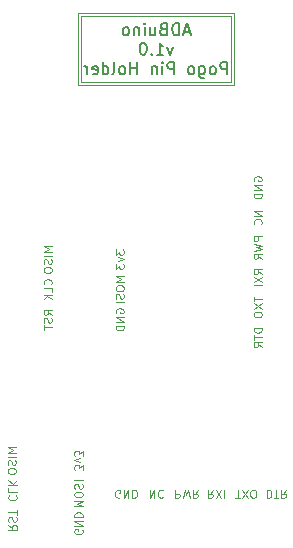
<source format=gbr>
%TF.GenerationSoftware,KiCad,Pcbnew,(5.1.9-16-g1737927814)-1*%
%TF.CreationDate,2021-08-21T22:06:28-05:00*%
%TF.ProjectId,adbuino,61646275-696e-46f2-9e6b-696361645f70,rev?*%
%TF.SameCoordinates,Original*%
%TF.FileFunction,Legend,Bot*%
%TF.FilePolarity,Positive*%
%FSLAX46Y46*%
G04 Gerber Fmt 4.6, Leading zero omitted, Abs format (unit mm)*
G04 Created by KiCad (PCBNEW (5.1.9-16-g1737927814)-1) date 2021-08-21 22:06:28*
%MOMM*%
%LPD*%
G01*
G04 APERTURE LIST*
%ADD10C,0.100000*%
%ADD11C,0.120000*%
%ADD12C,0.150000*%
G04 APERTURE END LIST*
D10*
X42642666Y-70549333D02*
X42409333Y-70882666D01*
X42242666Y-70549333D02*
X42242666Y-71249333D01*
X42509333Y-71249333D01*
X42576000Y-71216000D01*
X42609333Y-71182666D01*
X42642666Y-71116000D01*
X42642666Y-71016000D01*
X42609333Y-70949333D01*
X42576000Y-70916000D01*
X42509333Y-70882666D01*
X42242666Y-70882666D01*
X42876000Y-71249333D02*
X43342666Y-70549333D01*
X43342666Y-71249333D02*
X42876000Y-70549333D01*
X43609333Y-70549333D02*
X43609333Y-71249333D01*
X34772666Y-71216000D02*
X34706000Y-71249333D01*
X34606000Y-71249333D01*
X34506000Y-71216000D01*
X34439333Y-71149333D01*
X34406000Y-71082666D01*
X34372666Y-70949333D01*
X34372666Y-70849333D01*
X34406000Y-70716000D01*
X34439333Y-70649333D01*
X34506000Y-70582666D01*
X34606000Y-70549333D01*
X34672666Y-70549333D01*
X34772666Y-70582666D01*
X34806000Y-70616000D01*
X34806000Y-70849333D01*
X34672666Y-70849333D01*
X35106000Y-70549333D02*
X35106000Y-71249333D01*
X35506000Y-70549333D01*
X35506000Y-71249333D01*
X35839333Y-70549333D02*
X35839333Y-71249333D01*
X36006000Y-71249333D01*
X36106000Y-71216000D01*
X36172666Y-71149333D01*
X36206000Y-71082666D01*
X36239333Y-70949333D01*
X36239333Y-70849333D01*
X36206000Y-70716000D01*
X36172666Y-70649333D01*
X36106000Y-70582666D01*
X36006000Y-70549333D01*
X35839333Y-70549333D01*
X37296000Y-70549333D02*
X37296000Y-71249333D01*
X37696000Y-70549333D01*
X37696000Y-71249333D01*
X38429333Y-70616000D02*
X38396000Y-70582666D01*
X38296000Y-70549333D01*
X38229333Y-70549333D01*
X38129333Y-70582666D01*
X38062666Y-70649333D01*
X38029333Y-70716000D01*
X37996000Y-70849333D01*
X37996000Y-70949333D01*
X38029333Y-71082666D01*
X38062666Y-71149333D01*
X38129333Y-71216000D01*
X38229333Y-71249333D01*
X38296000Y-71249333D01*
X38396000Y-71216000D01*
X38429333Y-71182666D01*
X39452666Y-70549333D02*
X39452666Y-71249333D01*
X39719333Y-71249333D01*
X39786000Y-71216000D01*
X39819333Y-71182666D01*
X39852666Y-71116000D01*
X39852666Y-71016000D01*
X39819333Y-70949333D01*
X39786000Y-70916000D01*
X39719333Y-70882666D01*
X39452666Y-70882666D01*
X40086000Y-71249333D02*
X40252666Y-70549333D01*
X40386000Y-71049333D01*
X40519333Y-70549333D01*
X40686000Y-71249333D01*
X41352666Y-70549333D02*
X41119333Y-70882666D01*
X40952666Y-70549333D02*
X40952666Y-71249333D01*
X41219333Y-71249333D01*
X41286000Y-71216000D01*
X41319333Y-71182666D01*
X41352666Y-71116000D01*
X41352666Y-71016000D01*
X41319333Y-70949333D01*
X41286000Y-70916000D01*
X41219333Y-70882666D01*
X40952666Y-70882666D01*
X47206000Y-70549333D02*
X47206000Y-71249333D01*
X47372666Y-71249333D01*
X47472666Y-71216000D01*
X47539333Y-71149333D01*
X47572666Y-71082666D01*
X47606000Y-70949333D01*
X47606000Y-70849333D01*
X47572666Y-70716000D01*
X47539333Y-70649333D01*
X47472666Y-70582666D01*
X47372666Y-70549333D01*
X47206000Y-70549333D01*
X47806000Y-71249333D02*
X48206000Y-71249333D01*
X48006000Y-70549333D02*
X48006000Y-71249333D01*
X48839333Y-70549333D02*
X48606000Y-70882666D01*
X48439333Y-70549333D02*
X48439333Y-71249333D01*
X48706000Y-71249333D01*
X48772666Y-71216000D01*
X48806000Y-71182666D01*
X48839333Y-71116000D01*
X48839333Y-71016000D01*
X48806000Y-70949333D01*
X48772666Y-70916000D01*
X48706000Y-70882666D01*
X48439333Y-70882666D01*
X44566000Y-71249333D02*
X44966000Y-71249333D01*
X44766000Y-70549333D02*
X44766000Y-71249333D01*
X45132666Y-71249333D02*
X45599333Y-70549333D01*
X45599333Y-71249333D02*
X45132666Y-70549333D01*
X45999333Y-71249333D02*
X46132666Y-71249333D01*
X46199333Y-71216000D01*
X46266000Y-71149333D01*
X46299333Y-71016000D01*
X46299333Y-70782666D01*
X46266000Y-70649333D01*
X46199333Y-70582666D01*
X46132666Y-70549333D01*
X45999333Y-70549333D01*
X45932666Y-70582666D01*
X45866000Y-70649333D01*
X45832666Y-70782666D01*
X45832666Y-71016000D01*
X45866000Y-71149333D01*
X45932666Y-71216000D01*
X45999333Y-71249333D01*
X31625333Y-68905333D02*
X31625333Y-68472000D01*
X31358666Y-68705333D01*
X31358666Y-68605333D01*
X31325333Y-68538666D01*
X31292000Y-68505333D01*
X31225333Y-68472000D01*
X31058666Y-68472000D01*
X30992000Y-68505333D01*
X30958666Y-68538666D01*
X30925333Y-68605333D01*
X30925333Y-68805333D01*
X30958666Y-68872000D01*
X30992000Y-68905333D01*
X31392000Y-68238666D02*
X30925333Y-68072000D01*
X31392000Y-67905333D01*
X31625333Y-67705333D02*
X31625333Y-67272000D01*
X31358666Y-67505333D01*
X31358666Y-67405333D01*
X31325333Y-67338666D01*
X31292000Y-67305333D01*
X31225333Y-67272000D01*
X31058666Y-67272000D01*
X30992000Y-67305333D01*
X30958666Y-67338666D01*
X30925333Y-67405333D01*
X30925333Y-67605333D01*
X30958666Y-67672000D01*
X30992000Y-67705333D01*
X25970666Y-66972000D02*
X25270666Y-66972000D01*
X25770666Y-67205333D01*
X25270666Y-67438666D01*
X25970666Y-67438666D01*
X25970666Y-67772000D02*
X25270666Y-67772000D01*
X25937333Y-68072000D02*
X25970666Y-68172000D01*
X25970666Y-68338666D01*
X25937333Y-68405333D01*
X25904000Y-68438666D01*
X25837333Y-68472000D01*
X25770666Y-68472000D01*
X25704000Y-68438666D01*
X25670666Y-68405333D01*
X25637333Y-68338666D01*
X25604000Y-68205333D01*
X25570666Y-68138666D01*
X25537333Y-68105333D01*
X25470666Y-68072000D01*
X25404000Y-68072000D01*
X25337333Y-68105333D01*
X25304000Y-68138666D01*
X25270666Y-68205333D01*
X25270666Y-68372000D01*
X25304000Y-68472000D01*
X25270666Y-68905333D02*
X25270666Y-69038666D01*
X25304000Y-69105333D01*
X25370666Y-69172000D01*
X25504000Y-69205333D01*
X25737333Y-69205333D01*
X25870666Y-69172000D01*
X25937333Y-69105333D01*
X25970666Y-69038666D01*
X25970666Y-68905333D01*
X25937333Y-68838666D01*
X25870666Y-68772000D01*
X25737333Y-68738666D01*
X25504000Y-68738666D01*
X25370666Y-68772000D01*
X25304000Y-68838666D01*
X25270666Y-68905333D01*
X30925333Y-71966000D02*
X31625333Y-71966000D01*
X31125333Y-71732666D01*
X31625333Y-71499333D01*
X30925333Y-71499333D01*
X31625333Y-71032666D02*
X31625333Y-70899333D01*
X31592000Y-70832666D01*
X31525333Y-70766000D01*
X31392000Y-70732666D01*
X31158666Y-70732666D01*
X31025333Y-70766000D01*
X30958666Y-70832666D01*
X30925333Y-70899333D01*
X30925333Y-71032666D01*
X30958666Y-71099333D01*
X31025333Y-71166000D01*
X31158666Y-71199333D01*
X31392000Y-71199333D01*
X31525333Y-71166000D01*
X31592000Y-71099333D01*
X31625333Y-71032666D01*
X30958666Y-70466000D02*
X30925333Y-70366000D01*
X30925333Y-70199333D01*
X30958666Y-70132666D01*
X30992000Y-70099333D01*
X31058666Y-70066000D01*
X31125333Y-70066000D01*
X31192000Y-70099333D01*
X31225333Y-70132666D01*
X31258666Y-70199333D01*
X31292000Y-70332666D01*
X31325333Y-70399333D01*
X31358666Y-70432666D01*
X31425333Y-70466000D01*
X31492000Y-70466000D01*
X31558666Y-70432666D01*
X31592000Y-70399333D01*
X31625333Y-70332666D01*
X31625333Y-70166000D01*
X31592000Y-70066000D01*
X30925333Y-69766000D02*
X31625333Y-69766000D01*
X25404000Y-71028666D02*
X25370666Y-71062000D01*
X25337333Y-71162000D01*
X25337333Y-71228666D01*
X25370666Y-71328666D01*
X25437333Y-71395333D01*
X25504000Y-71428666D01*
X25637333Y-71462000D01*
X25737333Y-71462000D01*
X25870666Y-71428666D01*
X25937333Y-71395333D01*
X26004000Y-71328666D01*
X26037333Y-71228666D01*
X26037333Y-71162000D01*
X26004000Y-71062000D01*
X25970666Y-71028666D01*
X25337333Y-70395333D02*
X25337333Y-70728666D01*
X26037333Y-70728666D01*
X25337333Y-70162000D02*
X26037333Y-70162000D01*
X25337333Y-69762000D02*
X25737333Y-70062000D01*
X26037333Y-69762000D02*
X25637333Y-70162000D01*
X25337333Y-73535333D02*
X25670666Y-73768666D01*
X25337333Y-73935333D02*
X26037333Y-73935333D01*
X26037333Y-73668666D01*
X26004000Y-73602000D01*
X25970666Y-73568666D01*
X25904000Y-73535333D01*
X25804000Y-73535333D01*
X25737333Y-73568666D01*
X25704000Y-73602000D01*
X25670666Y-73668666D01*
X25670666Y-73935333D01*
X25370666Y-73268666D02*
X25337333Y-73168666D01*
X25337333Y-73002000D01*
X25370666Y-72935333D01*
X25404000Y-72902000D01*
X25470666Y-72868666D01*
X25537333Y-72868666D01*
X25604000Y-72902000D01*
X25637333Y-72935333D01*
X25670666Y-73002000D01*
X25704000Y-73135333D01*
X25737333Y-73202000D01*
X25770666Y-73235333D01*
X25837333Y-73268666D01*
X25904000Y-73268666D01*
X25970666Y-73235333D01*
X26004000Y-73202000D01*
X26037333Y-73135333D01*
X26037333Y-72968666D01*
X26004000Y-72868666D01*
X26037333Y-72668666D02*
X26037333Y-72268666D01*
X25337333Y-72468666D02*
X26037333Y-72468666D01*
X31592000Y-73939333D02*
X31625333Y-74006000D01*
X31625333Y-74106000D01*
X31592000Y-74206000D01*
X31525333Y-74272666D01*
X31458666Y-74306000D01*
X31325333Y-74339333D01*
X31225333Y-74339333D01*
X31092000Y-74306000D01*
X31025333Y-74272666D01*
X30958666Y-74206000D01*
X30925333Y-74106000D01*
X30925333Y-74039333D01*
X30958666Y-73939333D01*
X30992000Y-73906000D01*
X31225333Y-73906000D01*
X31225333Y-74039333D01*
X30925333Y-73606000D02*
X31625333Y-73606000D01*
X30925333Y-73206000D01*
X31625333Y-73206000D01*
X30925333Y-72872666D02*
X31625333Y-72872666D01*
X31625333Y-72706000D01*
X31592000Y-72606000D01*
X31525333Y-72539333D01*
X31458666Y-72506000D01*
X31325333Y-72472666D01*
X31225333Y-72472666D01*
X31092000Y-72506000D01*
X31025333Y-72539333D01*
X30958666Y-72606000D01*
X30925333Y-72706000D01*
X30925333Y-72872666D01*
D11*
X31242000Y-36322000D02*
X44450000Y-36322000D01*
X31242000Y-30226000D02*
X31242000Y-36322000D01*
X44450000Y-30226000D02*
X31242000Y-30226000D01*
X44450000Y-36322000D02*
X44450000Y-30226000D01*
X44196000Y-30480000D02*
X44196000Y-36068000D01*
X31496000Y-30480000D02*
X44196000Y-30480000D01*
X31496000Y-36068000D02*
X31496000Y-30480000D01*
X44196000Y-36068000D02*
X31496000Y-36068000D01*
D12*
X40679333Y-31790666D02*
X40203142Y-31790666D01*
X40774571Y-32076380D02*
X40441238Y-31076380D01*
X40107904Y-32076380D01*
X39774571Y-32076380D02*
X39774571Y-31076380D01*
X39536476Y-31076380D01*
X39393619Y-31124000D01*
X39298380Y-31219238D01*
X39250761Y-31314476D01*
X39203142Y-31504952D01*
X39203142Y-31647809D01*
X39250761Y-31838285D01*
X39298380Y-31933523D01*
X39393619Y-32028761D01*
X39536476Y-32076380D01*
X39774571Y-32076380D01*
X38441238Y-31552571D02*
X38298380Y-31600190D01*
X38250761Y-31647809D01*
X38203142Y-31743047D01*
X38203142Y-31885904D01*
X38250761Y-31981142D01*
X38298380Y-32028761D01*
X38393619Y-32076380D01*
X38774571Y-32076380D01*
X38774571Y-31076380D01*
X38441238Y-31076380D01*
X38346000Y-31124000D01*
X38298380Y-31171619D01*
X38250761Y-31266857D01*
X38250761Y-31362095D01*
X38298380Y-31457333D01*
X38346000Y-31504952D01*
X38441238Y-31552571D01*
X38774571Y-31552571D01*
X37346000Y-31409714D02*
X37346000Y-32076380D01*
X37774571Y-31409714D02*
X37774571Y-31933523D01*
X37726952Y-32028761D01*
X37631714Y-32076380D01*
X37488857Y-32076380D01*
X37393619Y-32028761D01*
X37346000Y-31981142D01*
X36869809Y-32076380D02*
X36869809Y-31409714D01*
X36869809Y-31076380D02*
X36917428Y-31124000D01*
X36869809Y-31171619D01*
X36822190Y-31124000D01*
X36869809Y-31076380D01*
X36869809Y-31171619D01*
X36393619Y-31409714D02*
X36393619Y-32076380D01*
X36393619Y-31504952D02*
X36346000Y-31457333D01*
X36250761Y-31409714D01*
X36107904Y-31409714D01*
X36012666Y-31457333D01*
X35965047Y-31552571D01*
X35965047Y-32076380D01*
X35346000Y-32076380D02*
X35441238Y-32028761D01*
X35488857Y-31981142D01*
X35536476Y-31885904D01*
X35536476Y-31600190D01*
X35488857Y-31504952D01*
X35441238Y-31457333D01*
X35346000Y-31409714D01*
X35203142Y-31409714D01*
X35107904Y-31457333D01*
X35060285Y-31504952D01*
X35012666Y-31600190D01*
X35012666Y-31885904D01*
X35060285Y-31981142D01*
X35107904Y-32028761D01*
X35203142Y-32076380D01*
X35346000Y-32076380D01*
X39274571Y-33059714D02*
X39036476Y-33726380D01*
X38798380Y-33059714D01*
X37893619Y-33726380D02*
X38465047Y-33726380D01*
X38179333Y-33726380D02*
X38179333Y-32726380D01*
X38274571Y-32869238D01*
X38369809Y-32964476D01*
X38465047Y-33012095D01*
X37465047Y-33631142D02*
X37417428Y-33678761D01*
X37465047Y-33726380D01*
X37512666Y-33678761D01*
X37465047Y-33631142D01*
X37465047Y-33726380D01*
X36798380Y-32726380D02*
X36703142Y-32726380D01*
X36607904Y-32774000D01*
X36560285Y-32821619D01*
X36512666Y-32916857D01*
X36465047Y-33107333D01*
X36465047Y-33345428D01*
X36512666Y-33535904D01*
X36560285Y-33631142D01*
X36607904Y-33678761D01*
X36703142Y-33726380D01*
X36798380Y-33726380D01*
X36893619Y-33678761D01*
X36941238Y-33631142D01*
X36988857Y-33535904D01*
X37036476Y-33345428D01*
X37036476Y-33107333D01*
X36988857Y-32916857D01*
X36941238Y-32821619D01*
X36893619Y-32774000D01*
X36798380Y-32726380D01*
X43846000Y-35376380D02*
X43846000Y-34376380D01*
X43465047Y-34376380D01*
X43369809Y-34424000D01*
X43322190Y-34471619D01*
X43274571Y-34566857D01*
X43274571Y-34709714D01*
X43322190Y-34804952D01*
X43369809Y-34852571D01*
X43465047Y-34900190D01*
X43846000Y-34900190D01*
X42703142Y-35376380D02*
X42798380Y-35328761D01*
X42846000Y-35281142D01*
X42893619Y-35185904D01*
X42893619Y-34900190D01*
X42846000Y-34804952D01*
X42798380Y-34757333D01*
X42703142Y-34709714D01*
X42560285Y-34709714D01*
X42465047Y-34757333D01*
X42417428Y-34804952D01*
X42369809Y-34900190D01*
X42369809Y-35185904D01*
X42417428Y-35281142D01*
X42465047Y-35328761D01*
X42560285Y-35376380D01*
X42703142Y-35376380D01*
X41512666Y-34709714D02*
X41512666Y-35519238D01*
X41560285Y-35614476D01*
X41607904Y-35662095D01*
X41703142Y-35709714D01*
X41846000Y-35709714D01*
X41941238Y-35662095D01*
X41512666Y-35328761D02*
X41607904Y-35376380D01*
X41798380Y-35376380D01*
X41893619Y-35328761D01*
X41941238Y-35281142D01*
X41988857Y-35185904D01*
X41988857Y-34900190D01*
X41941238Y-34804952D01*
X41893619Y-34757333D01*
X41798380Y-34709714D01*
X41607904Y-34709714D01*
X41512666Y-34757333D01*
X40893619Y-35376380D02*
X40988857Y-35328761D01*
X41036476Y-35281142D01*
X41084095Y-35185904D01*
X41084095Y-34900190D01*
X41036476Y-34804952D01*
X40988857Y-34757333D01*
X40893619Y-34709714D01*
X40750761Y-34709714D01*
X40655523Y-34757333D01*
X40607904Y-34804952D01*
X40560285Y-34900190D01*
X40560285Y-35185904D01*
X40607904Y-35281142D01*
X40655523Y-35328761D01*
X40750761Y-35376380D01*
X40893619Y-35376380D01*
X39369809Y-35376380D02*
X39369809Y-34376380D01*
X38988857Y-34376380D01*
X38893619Y-34424000D01*
X38846000Y-34471619D01*
X38798380Y-34566857D01*
X38798380Y-34709714D01*
X38846000Y-34804952D01*
X38893619Y-34852571D01*
X38988857Y-34900190D01*
X39369809Y-34900190D01*
X38369809Y-35376380D02*
X38369809Y-34709714D01*
X38369809Y-34376380D02*
X38417428Y-34424000D01*
X38369809Y-34471619D01*
X38322190Y-34424000D01*
X38369809Y-34376380D01*
X38369809Y-34471619D01*
X37893619Y-34709714D02*
X37893619Y-35376380D01*
X37893619Y-34804952D02*
X37846000Y-34757333D01*
X37750761Y-34709714D01*
X37607904Y-34709714D01*
X37512666Y-34757333D01*
X37465047Y-34852571D01*
X37465047Y-35376380D01*
X36226952Y-35376380D02*
X36226952Y-34376380D01*
X36226952Y-34852571D02*
X35655523Y-34852571D01*
X35655523Y-35376380D02*
X35655523Y-34376380D01*
X35036476Y-35376380D02*
X35131714Y-35328761D01*
X35179333Y-35281142D01*
X35226952Y-35185904D01*
X35226952Y-34900190D01*
X35179333Y-34804952D01*
X35131714Y-34757333D01*
X35036476Y-34709714D01*
X34893619Y-34709714D01*
X34798380Y-34757333D01*
X34750761Y-34804952D01*
X34703142Y-34900190D01*
X34703142Y-35185904D01*
X34750761Y-35281142D01*
X34798380Y-35328761D01*
X34893619Y-35376380D01*
X35036476Y-35376380D01*
X34131714Y-35376380D02*
X34226952Y-35328761D01*
X34274571Y-35233523D01*
X34274571Y-34376380D01*
X33322190Y-35376380D02*
X33322190Y-34376380D01*
X33322190Y-35328761D02*
X33417428Y-35376380D01*
X33607904Y-35376380D01*
X33703142Y-35328761D01*
X33750761Y-35281142D01*
X33798380Y-35185904D01*
X33798380Y-34900190D01*
X33750761Y-34804952D01*
X33703142Y-34757333D01*
X33607904Y-34709714D01*
X33417428Y-34709714D01*
X33322190Y-34757333D01*
X32465047Y-35328761D02*
X32560285Y-35376380D01*
X32750761Y-35376380D01*
X32846000Y-35328761D01*
X32893619Y-35233523D01*
X32893619Y-34852571D01*
X32846000Y-34757333D01*
X32750761Y-34709714D01*
X32560285Y-34709714D01*
X32465047Y-34757333D01*
X32417428Y-34852571D01*
X32417428Y-34947809D01*
X32893619Y-35043047D01*
X31988857Y-35376380D02*
X31988857Y-34709714D01*
X31988857Y-34900190D02*
X31941238Y-34804952D01*
X31893619Y-34757333D01*
X31798380Y-34709714D01*
X31703142Y-34709714D01*
D10*
X29018666Y-49954000D02*
X28318666Y-49954000D01*
X28818666Y-50187333D01*
X28318666Y-50420666D01*
X29018666Y-50420666D01*
X29018666Y-50754000D02*
X28318666Y-50754000D01*
X28985333Y-51054000D02*
X29018666Y-51154000D01*
X29018666Y-51320666D01*
X28985333Y-51387333D01*
X28952000Y-51420666D01*
X28885333Y-51454000D01*
X28818666Y-51454000D01*
X28752000Y-51420666D01*
X28718666Y-51387333D01*
X28685333Y-51320666D01*
X28652000Y-51187333D01*
X28618666Y-51120666D01*
X28585333Y-51087333D01*
X28518666Y-51054000D01*
X28452000Y-51054000D01*
X28385333Y-51087333D01*
X28352000Y-51120666D01*
X28318666Y-51187333D01*
X28318666Y-51354000D01*
X28352000Y-51454000D01*
X28318666Y-51887333D02*
X28318666Y-52020666D01*
X28352000Y-52087333D01*
X28418666Y-52154000D01*
X28552000Y-52187333D01*
X28785333Y-52187333D01*
X28918666Y-52154000D01*
X28985333Y-52087333D01*
X29018666Y-52020666D01*
X29018666Y-51887333D01*
X28985333Y-51820666D01*
X28918666Y-51754000D01*
X28785333Y-51720666D01*
X28552000Y-51720666D01*
X28418666Y-51754000D01*
X28352000Y-51820666D01*
X28318666Y-51887333D01*
X29018666Y-55750666D02*
X28685333Y-55517333D01*
X29018666Y-55350666D02*
X28318666Y-55350666D01*
X28318666Y-55617333D01*
X28352000Y-55684000D01*
X28385333Y-55717333D01*
X28452000Y-55750666D01*
X28552000Y-55750666D01*
X28618666Y-55717333D01*
X28652000Y-55684000D01*
X28685333Y-55617333D01*
X28685333Y-55350666D01*
X28985333Y-56017333D02*
X29018666Y-56117333D01*
X29018666Y-56284000D01*
X28985333Y-56350666D01*
X28952000Y-56384000D01*
X28885333Y-56417333D01*
X28818666Y-56417333D01*
X28752000Y-56384000D01*
X28718666Y-56350666D01*
X28685333Y-56284000D01*
X28652000Y-56150666D01*
X28618666Y-56084000D01*
X28585333Y-56050666D01*
X28518666Y-56017333D01*
X28452000Y-56017333D01*
X28385333Y-56050666D01*
X28352000Y-56084000D01*
X28318666Y-56150666D01*
X28318666Y-56317333D01*
X28352000Y-56417333D01*
X28318666Y-56617333D02*
X28318666Y-57017333D01*
X29018666Y-56817333D02*
X28318666Y-56817333D01*
X35114666Y-52494000D02*
X34414666Y-52494000D01*
X34914666Y-52727333D01*
X34414666Y-52960666D01*
X35114666Y-52960666D01*
X34414666Y-53427333D02*
X34414666Y-53560666D01*
X34448000Y-53627333D01*
X34514666Y-53694000D01*
X34648000Y-53727333D01*
X34881333Y-53727333D01*
X35014666Y-53694000D01*
X35081333Y-53627333D01*
X35114666Y-53560666D01*
X35114666Y-53427333D01*
X35081333Y-53360666D01*
X35014666Y-53294000D01*
X34881333Y-53260666D01*
X34648000Y-53260666D01*
X34514666Y-53294000D01*
X34448000Y-53360666D01*
X34414666Y-53427333D01*
X35081333Y-53994000D02*
X35114666Y-54094000D01*
X35114666Y-54260666D01*
X35081333Y-54327333D01*
X35048000Y-54360666D01*
X34981333Y-54394000D01*
X34914666Y-54394000D01*
X34848000Y-54360666D01*
X34814666Y-54327333D01*
X34781333Y-54260666D01*
X34748000Y-54127333D01*
X34714666Y-54060666D01*
X34681333Y-54027333D01*
X34614666Y-53994000D01*
X34548000Y-53994000D01*
X34481333Y-54027333D01*
X34448000Y-54060666D01*
X34414666Y-54127333D01*
X34414666Y-54294000D01*
X34448000Y-54394000D01*
X35114666Y-54694000D02*
X34414666Y-54694000D01*
X34414666Y-50220666D02*
X34414666Y-50654000D01*
X34681333Y-50420666D01*
X34681333Y-50520666D01*
X34714666Y-50587333D01*
X34748000Y-50620666D01*
X34814666Y-50654000D01*
X34981333Y-50654000D01*
X35048000Y-50620666D01*
X35081333Y-50587333D01*
X35114666Y-50520666D01*
X35114666Y-50320666D01*
X35081333Y-50254000D01*
X35048000Y-50220666D01*
X34648000Y-50887333D02*
X35114666Y-51054000D01*
X34648000Y-51220666D01*
X34414666Y-51420666D02*
X34414666Y-51854000D01*
X34681333Y-51620666D01*
X34681333Y-51720666D01*
X34714666Y-51787333D01*
X34748000Y-51820666D01*
X34814666Y-51854000D01*
X34981333Y-51854000D01*
X35048000Y-51820666D01*
X35081333Y-51787333D01*
X35114666Y-51720666D01*
X35114666Y-51520666D01*
X35081333Y-51454000D01*
X35048000Y-51420666D01*
X34448000Y-55600666D02*
X34414666Y-55534000D01*
X34414666Y-55434000D01*
X34448000Y-55334000D01*
X34514666Y-55267333D01*
X34581333Y-55234000D01*
X34714666Y-55200666D01*
X34814666Y-55200666D01*
X34948000Y-55234000D01*
X35014666Y-55267333D01*
X35081333Y-55334000D01*
X35114666Y-55434000D01*
X35114666Y-55500666D01*
X35081333Y-55600666D01*
X35048000Y-55634000D01*
X34814666Y-55634000D01*
X34814666Y-55500666D01*
X35114666Y-55934000D02*
X34414666Y-55934000D01*
X35114666Y-56334000D01*
X34414666Y-56334000D01*
X35114666Y-56667333D02*
X34414666Y-56667333D01*
X34414666Y-56834000D01*
X34448000Y-56934000D01*
X34514666Y-57000666D01*
X34581333Y-57034000D01*
X34714666Y-57067333D01*
X34814666Y-57067333D01*
X34948000Y-57034000D01*
X35014666Y-57000666D01*
X35081333Y-56934000D01*
X35114666Y-56834000D01*
X35114666Y-56667333D01*
X28952000Y-53177333D02*
X28985333Y-53144000D01*
X29018666Y-53044000D01*
X29018666Y-52977333D01*
X28985333Y-52877333D01*
X28918666Y-52810666D01*
X28852000Y-52777333D01*
X28718666Y-52744000D01*
X28618666Y-52744000D01*
X28485333Y-52777333D01*
X28418666Y-52810666D01*
X28352000Y-52877333D01*
X28318666Y-52977333D01*
X28318666Y-53044000D01*
X28352000Y-53144000D01*
X28385333Y-53177333D01*
X29018666Y-53810666D02*
X29018666Y-53477333D01*
X28318666Y-53477333D01*
X29018666Y-54044000D02*
X28318666Y-54044000D01*
X29018666Y-54444000D02*
X28618666Y-54144000D01*
X28318666Y-54444000D02*
X28718666Y-54044000D01*
X46798666Y-56858000D02*
X46098666Y-56858000D01*
X46098666Y-57024666D01*
X46132000Y-57124666D01*
X46198666Y-57191333D01*
X46265333Y-57224666D01*
X46398666Y-57258000D01*
X46498666Y-57258000D01*
X46632000Y-57224666D01*
X46698666Y-57191333D01*
X46765333Y-57124666D01*
X46798666Y-57024666D01*
X46798666Y-56858000D01*
X46098666Y-57458000D02*
X46098666Y-57858000D01*
X46798666Y-57658000D02*
X46098666Y-57658000D01*
X46798666Y-58491333D02*
X46465333Y-58258000D01*
X46798666Y-58091333D02*
X46098666Y-58091333D01*
X46098666Y-58358000D01*
X46132000Y-58424666D01*
X46165333Y-58458000D01*
X46232000Y-58491333D01*
X46332000Y-58491333D01*
X46398666Y-58458000D01*
X46432000Y-58424666D01*
X46465333Y-58358000D01*
X46465333Y-58091333D01*
X46798666Y-49104666D02*
X46098666Y-49104666D01*
X46098666Y-49371333D01*
X46132000Y-49438000D01*
X46165333Y-49471333D01*
X46232000Y-49504666D01*
X46332000Y-49504666D01*
X46398666Y-49471333D01*
X46432000Y-49438000D01*
X46465333Y-49371333D01*
X46465333Y-49104666D01*
X46098666Y-49738000D02*
X46798666Y-49904666D01*
X46298666Y-50038000D01*
X46798666Y-50171333D01*
X46098666Y-50338000D01*
X46798666Y-51004666D02*
X46465333Y-50771333D01*
X46798666Y-50604666D02*
X46098666Y-50604666D01*
X46098666Y-50871333D01*
X46132000Y-50938000D01*
X46165333Y-50971333D01*
X46232000Y-51004666D01*
X46332000Y-51004666D01*
X46398666Y-50971333D01*
X46432000Y-50938000D01*
X46465333Y-50871333D01*
X46465333Y-50604666D01*
X46132000Y-44424666D02*
X46098666Y-44358000D01*
X46098666Y-44258000D01*
X46132000Y-44158000D01*
X46198666Y-44091333D01*
X46265333Y-44058000D01*
X46398666Y-44024666D01*
X46498666Y-44024666D01*
X46632000Y-44058000D01*
X46698666Y-44091333D01*
X46765333Y-44158000D01*
X46798666Y-44258000D01*
X46798666Y-44324666D01*
X46765333Y-44424666D01*
X46732000Y-44458000D01*
X46498666Y-44458000D01*
X46498666Y-44324666D01*
X46798666Y-44758000D02*
X46098666Y-44758000D01*
X46798666Y-45158000D01*
X46098666Y-45158000D01*
X46798666Y-45491333D02*
X46098666Y-45491333D01*
X46098666Y-45658000D01*
X46132000Y-45758000D01*
X46198666Y-45824666D01*
X46265333Y-45858000D01*
X46398666Y-45891333D01*
X46498666Y-45891333D01*
X46632000Y-45858000D01*
X46698666Y-45824666D01*
X46765333Y-45758000D01*
X46798666Y-45658000D01*
X46798666Y-45491333D01*
X46798666Y-46948000D02*
X46098666Y-46948000D01*
X46798666Y-47348000D01*
X46098666Y-47348000D01*
X46732000Y-48081333D02*
X46765333Y-48048000D01*
X46798666Y-47948000D01*
X46798666Y-47881333D01*
X46765333Y-47781333D01*
X46698666Y-47714666D01*
X46632000Y-47681333D01*
X46498666Y-47648000D01*
X46398666Y-47648000D01*
X46265333Y-47681333D01*
X46198666Y-47714666D01*
X46132000Y-47781333D01*
X46098666Y-47881333D01*
X46098666Y-47948000D01*
X46132000Y-48048000D01*
X46165333Y-48081333D01*
X46798666Y-52294666D02*
X46465333Y-52061333D01*
X46798666Y-51894666D02*
X46098666Y-51894666D01*
X46098666Y-52161333D01*
X46132000Y-52228000D01*
X46165333Y-52261333D01*
X46232000Y-52294666D01*
X46332000Y-52294666D01*
X46398666Y-52261333D01*
X46432000Y-52228000D01*
X46465333Y-52161333D01*
X46465333Y-51894666D01*
X46098666Y-52528000D02*
X46798666Y-52994666D01*
X46098666Y-52994666D02*
X46798666Y-52528000D01*
X46798666Y-53261333D02*
X46098666Y-53261333D01*
X46098666Y-54218000D02*
X46098666Y-54618000D01*
X46798666Y-54418000D02*
X46098666Y-54418000D01*
X46098666Y-54784666D02*
X46798666Y-55251333D01*
X46098666Y-55251333D02*
X46798666Y-54784666D01*
X46098666Y-55651333D02*
X46098666Y-55784666D01*
X46132000Y-55851333D01*
X46198666Y-55918000D01*
X46332000Y-55951333D01*
X46565333Y-55951333D01*
X46698666Y-55918000D01*
X46765333Y-55851333D01*
X46798666Y-55784666D01*
X46798666Y-55651333D01*
X46765333Y-55584666D01*
X46698666Y-55518000D01*
X46565333Y-55484666D01*
X46332000Y-55484666D01*
X46198666Y-55518000D01*
X46132000Y-55584666D01*
X46098666Y-55651333D01*
M02*

</source>
